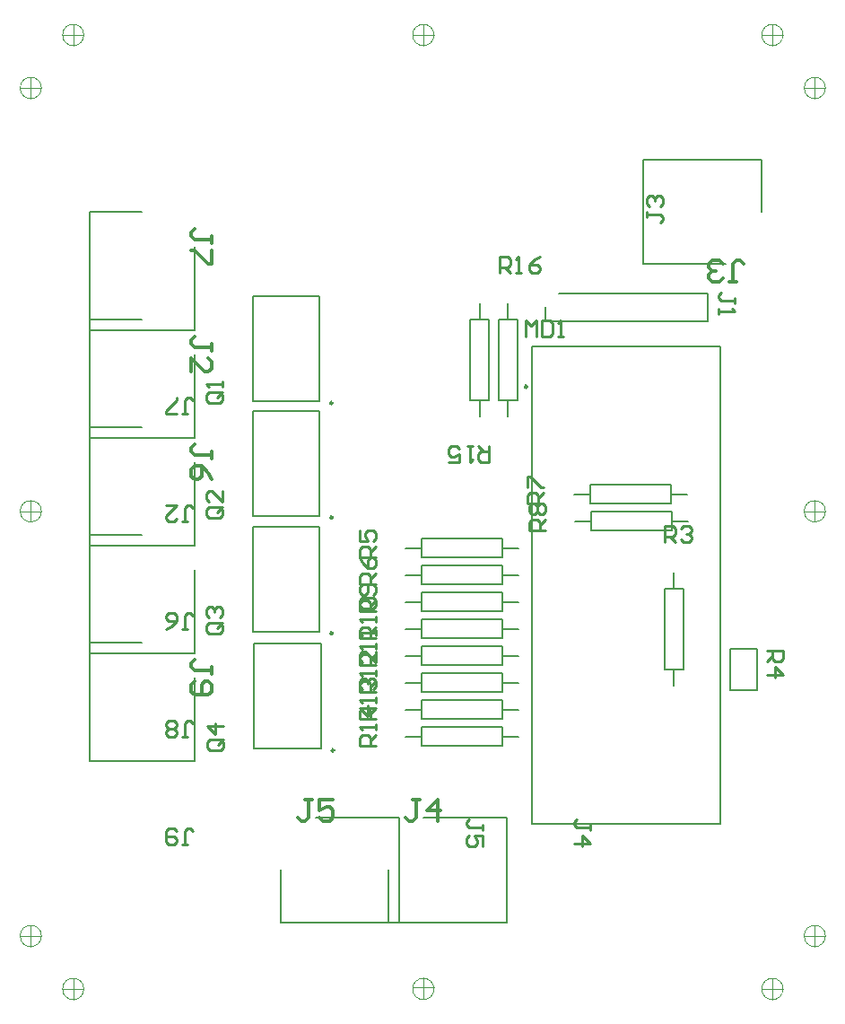
<source format=gto>
G04*
G04 #@! TF.GenerationSoftware,Altium Limited,Altium Designer,25.2.1 (25)*
G04*
G04 Layer_Color=65535*
%FSLAX44Y44*%
%MOMM*%
G71*
G04*
G04 #@! TF.SameCoordinates,1C064638-B53A-42AB-B659-0CA3A7FDC49E*
G04*
G04*
G04 #@! TF.FilePolarity,Positive*
G04*
G01*
G75*
%ADD10C,0.0100*%
%ADD11C,0.2500*%
%ADD12C,0.2000*%
%ADD13C,0.3000*%
%ADD14C,0.2540*%
D10*
X1840000Y1910000D02*
G03*
X1840000Y1910000I-10000J0D01*
G01*
Y1510665D02*
G03*
X1840000Y1510665I-10000J0D01*
G01*
Y1110000D02*
G03*
X1840000Y1110000I-10000J0D01*
G01*
X1470500Y1060000D02*
G03*
X1470500Y1060000I-10000J0D01*
G01*
X1140000D02*
G03*
X1140000Y1060000I-10000J0D01*
G01*
X1800000D02*
G03*
X1800000Y1060000I-10000J0D01*
G01*
X1100000Y1510665D02*
G03*
X1100000Y1510665I-10000J0D01*
G01*
Y1910000D02*
G03*
X1100000Y1910000I-10000J0D01*
G01*
Y1110000D02*
G03*
X1100000Y1110000I-10000J0D01*
G01*
X1800000Y1960000D02*
G03*
X1800000Y1960000I-10000J0D01*
G01*
X1140000D02*
G03*
X1140000Y1960000I-10000J0D01*
G01*
X1470500D02*
G03*
X1470500Y1960000I-10000J0D01*
G01*
X1830000Y1500665D02*
Y1520665D01*
Y1900000D02*
Y1920000D01*
X1820000Y1910000D02*
X1840000D01*
X1820000Y1510665D02*
X1840000D01*
X1830000Y1100000D02*
Y1120000D01*
X1820000Y1110000D02*
X1840000D01*
X1450500Y1061250D02*
X1470500D01*
X1460500Y1051250D02*
Y1071250D01*
X1130000Y1050000D02*
Y1070000D01*
X1120000Y1060000D02*
X1140000D01*
X1790000Y1050000D02*
Y1070000D01*
X1780000Y1060000D02*
X1800000D01*
X1090000Y1900000D02*
Y1920000D01*
Y1500665D02*
Y1520665D01*
X1080000Y1910000D02*
X1100000D01*
X1080000Y1510665D02*
X1100000D01*
X1090000Y1100000D02*
Y1120000D01*
X1080000Y1110000D02*
X1100000D01*
X1790000Y1950000D02*
Y1970000D01*
X1780000Y1960000D02*
X1800000D01*
X1450500Y1960080D02*
X1470500D01*
X1130000Y1950000D02*
Y1970000D01*
X1460500Y1950080D02*
Y1970080D01*
X1120000Y1960000D02*
X1140000D01*
D11*
X1558620Y1628140D02*
G03*
X1558620Y1628140I-1250J0D01*
G01*
X1376280Y1285140D02*
G03*
X1376280Y1285140I-1250J0D01*
G01*
X1375010Y1395630D02*
G03*
X1375010Y1395630I-1250J0D01*
G01*
Y1504850D02*
G03*
X1375010Y1504850I-1250J0D01*
G01*
Y1612800D02*
G03*
X1375010Y1612800I-1250J0D01*
G01*
D12*
X1460500Y1221460D02*
X1539000D01*
Y1122960D02*
Y1221460D01*
X1427250Y1122960D02*
X1539000D01*
X1427250D02*
Y1172210D01*
X1244320Y1478520D02*
Y1557020D01*
X1145820Y1478520D02*
X1244320D01*
X1145820D02*
Y1590270D01*
X1195070D01*
X1244320Y1580120D02*
Y1658620D01*
X1145820Y1580120D02*
X1244320D01*
X1145820D02*
Y1691870D01*
X1195070D01*
X1667750Y1743990D02*
X1746250D01*
X1667750D02*
Y1842490D01*
X1779500D01*
Y1793240D02*
Y1842490D01*
X1522340Y1615440D02*
Y1691640D01*
X1504840D02*
X1522340D01*
X1504840Y1615440D02*
Y1691640D01*
Y1615440D02*
X1522340D01*
X1513840Y1691640D02*
Y1706880D01*
Y1600200D02*
Y1615440D01*
X1532010D02*
Y1691640D01*
Y1615440D02*
X1549510D01*
Y1691640D01*
X1532010D02*
X1549510D01*
X1540510Y1600200D02*
Y1615440D01*
Y1691640D02*
Y1706880D01*
X1749760Y1380940D02*
X1775760D01*
X1749760Y1341940D02*
Y1380940D01*
X1775760Y1341940D02*
Y1380940D01*
X1749760Y1341940D02*
X1775760D01*
X1588770Y1716520D02*
X1729220D01*
Y1689620D02*
Y1716520D01*
X1575320Y1689620D02*
X1729220D01*
X1575320D02*
Y1703070D01*
X1563370Y1215390D02*
Y1666240D01*
Y1215390D02*
X1741170D01*
Y1666240D01*
X1563370D02*
X1741170D01*
X1619250Y1492640D02*
X1695450D01*
Y1510140D01*
X1619250D02*
X1695450D01*
X1619250Y1492640D02*
Y1510140D01*
X1695450Y1501140D02*
X1710690D01*
X1604010D02*
X1619250D01*
X1617980Y1518040D02*
X1694180D01*
Y1535540D01*
X1617980D02*
X1694180D01*
X1617980Y1518040D02*
Y1535540D01*
X1694180Y1526540D02*
X1709420D01*
X1602740D02*
X1617980D01*
X1688220Y1361440D02*
Y1437640D01*
Y1361440D02*
X1705720D01*
Y1437640D01*
X1688220D02*
X1705720D01*
X1696720Y1346200D02*
Y1361440D01*
Y1437640D02*
Y1452880D01*
X1358900Y1221460D02*
X1437400D01*
Y1122960D02*
Y1221460D01*
X1325650Y1122960D02*
X1437400D01*
X1325650D02*
Y1172210D01*
X1459230Y1289440D02*
X1535430D01*
Y1306940D01*
X1459230D02*
X1535430D01*
X1459230Y1289440D02*
Y1306940D01*
X1535430Y1297940D02*
X1550670D01*
X1443990D02*
X1459230D01*
Y1314840D02*
X1535430D01*
Y1332340D01*
X1459230D02*
X1535430D01*
X1459230Y1314840D02*
Y1332340D01*
X1535430Y1323340D02*
X1550670D01*
X1443990D02*
X1459230D01*
Y1340240D02*
X1535430D01*
Y1357740D01*
X1459230D02*
X1535430D01*
X1459230Y1340240D02*
Y1357740D01*
X1535430Y1348740D02*
X1550670D01*
X1443990D02*
X1459230D01*
Y1365640D02*
X1535430D01*
Y1383140D01*
X1459230D02*
X1535430D01*
X1459230Y1365640D02*
Y1383140D01*
X1535430Y1374140D02*
X1550670D01*
X1443990D02*
X1459230D01*
Y1391040D02*
X1535430D01*
Y1408540D01*
X1459230D02*
X1535430D01*
X1459230Y1391040D02*
Y1408540D01*
X1535430Y1399540D02*
X1550670D01*
X1443990D02*
X1459230D01*
Y1416440D02*
X1535430D01*
Y1433940D01*
X1459230D02*
X1535430D01*
X1459230Y1416440D02*
Y1433940D01*
X1535430Y1424940D02*
X1550670D01*
X1443990D02*
X1459230D01*
Y1441840D02*
X1535430D01*
Y1459340D01*
X1459230D02*
X1535430D01*
X1459230Y1441840D02*
Y1459340D01*
X1535430Y1450340D02*
X1550670D01*
X1443990D02*
X1459230D01*
Y1467240D02*
X1535430D01*
Y1484740D01*
X1459230D02*
X1535430D01*
X1459230Y1467240D02*
Y1484740D01*
X1535430Y1475740D02*
X1550670D01*
X1443990D02*
X1459230D01*
X1300730Y1286740D02*
Y1385840D01*
Y1286740D02*
X1363730D01*
X1300730Y1385840D02*
X1363730D01*
Y1286740D02*
Y1385840D01*
X1299460Y1397230D02*
Y1496330D01*
Y1397230D02*
X1362460D01*
X1299460Y1496330D02*
X1362460D01*
Y1397230D02*
Y1496330D01*
X1299460Y1506450D02*
Y1605550D01*
Y1506450D02*
X1362460D01*
X1299460Y1605550D02*
X1362460D01*
Y1506450D02*
Y1605550D01*
X1299460Y1614400D02*
Y1713500D01*
Y1614400D02*
X1362460D01*
X1299460Y1713500D02*
X1362460D01*
Y1614400D02*
Y1713500D01*
X1244320Y1275320D02*
Y1353820D01*
X1145820Y1275320D02*
X1244320D01*
X1145820D02*
Y1387070D01*
X1195070D01*
X1244320Y1376920D02*
Y1455420D01*
X1145820Y1376920D02*
X1244320D01*
X1145820D02*
Y1488670D01*
X1195070D01*
X1244320Y1681720D02*
Y1760220D01*
X1145820Y1681720D02*
X1244320D01*
X1145820D02*
Y1793470D01*
X1195070D01*
D13*
X1261064Y1763641D02*
Y1770305D01*
Y1766973D01*
X1244402D01*
X1241070Y1770305D01*
Y1773638D01*
X1244402Y1776970D01*
X1261064Y1756976D02*
Y1743647D01*
X1257731D01*
X1244402Y1756976D01*
X1241070D01*
X1749671Y1727247D02*
X1756335D01*
X1753003D01*
Y1743908D01*
X1756335Y1747240D01*
X1759668D01*
X1763000Y1743908D01*
X1743006Y1730579D02*
X1739674Y1727247D01*
X1733010D01*
X1729677Y1730579D01*
Y1733911D01*
X1733010Y1737243D01*
X1736342D01*
X1733010D01*
X1729677Y1740576D01*
Y1743908D01*
X1733010Y1747240D01*
X1739674D01*
X1743006Y1743908D01*
X1261064Y1560441D02*
Y1567106D01*
Y1563773D01*
X1244402D01*
X1241070Y1567106D01*
Y1570438D01*
X1244402Y1573770D01*
X1261064Y1540447D02*
X1257731Y1547112D01*
X1251067Y1553776D01*
X1244402D01*
X1241070Y1550444D01*
Y1543780D01*
X1244402Y1540447D01*
X1247735D01*
X1251067Y1543780D01*
Y1553776D01*
X1355479Y1238204D02*
X1348815D01*
X1352147D01*
Y1221542D01*
X1348815Y1218210D01*
X1345482D01*
X1342150Y1221542D01*
X1375473Y1238204D02*
X1362144D01*
Y1228207D01*
X1368808Y1231539D01*
X1372140D01*
X1375473Y1228207D01*
Y1221542D01*
X1372140Y1218210D01*
X1365476D01*
X1362144Y1221542D01*
X1261064Y1357241D02*
Y1363905D01*
Y1360573D01*
X1244402D01*
X1241070Y1363905D01*
Y1367238D01*
X1244402Y1370570D01*
Y1350576D02*
X1241070Y1347244D01*
Y1340580D01*
X1244402Y1337247D01*
X1257731D01*
X1261064Y1340580D01*
Y1347244D01*
X1257731Y1350576D01*
X1254399D01*
X1251067Y1347244D01*
Y1337247D01*
X1457079Y1238204D02*
X1450414D01*
X1453747D01*
Y1221542D01*
X1450414Y1218210D01*
X1447082D01*
X1443750Y1221542D01*
X1473740Y1218210D02*
Y1238204D01*
X1463744Y1228207D01*
X1477073D01*
X1261064Y1662041D02*
Y1668705D01*
Y1665373D01*
X1244402D01*
X1241070Y1668705D01*
Y1672038D01*
X1244402Y1675370D01*
X1241070Y1642047D02*
Y1655376D01*
X1254399Y1642047D01*
X1257731D01*
X1261064Y1645380D01*
Y1652044D01*
X1257731Y1655376D01*
D14*
X1532255Y1735201D02*
Y1750436D01*
X1539872D01*
X1542412Y1747897D01*
Y1742818D01*
X1539872Y1740279D01*
X1532255D01*
X1537333D02*
X1542412Y1735201D01*
X1547490D02*
X1552568D01*
X1550029D01*
Y1750436D01*
X1547490Y1747897D01*
X1570343Y1750436D02*
X1565264Y1747897D01*
X1560186Y1742818D01*
Y1737740D01*
X1562725Y1735201D01*
X1567803D01*
X1570343Y1737740D01*
Y1740279D01*
X1567803Y1742818D01*
X1560186D01*
X1522095Y1571879D02*
Y1556644D01*
X1514478D01*
X1511938Y1559183D01*
Y1564261D01*
X1514478Y1566801D01*
X1522095D01*
X1517017D02*
X1511938Y1571879D01*
X1506860D02*
X1501782D01*
X1504321D01*
Y1556644D01*
X1506860Y1559183D01*
X1484007Y1556644D02*
X1494164D01*
Y1564261D01*
X1489086Y1561722D01*
X1486546D01*
X1484007Y1564261D01*
Y1569340D01*
X1486546Y1571879D01*
X1491625D01*
X1494164Y1569340D01*
X1415669Y1289685D02*
X1400434D01*
Y1297303D01*
X1402973Y1299842D01*
X1408051D01*
X1410591Y1297303D01*
Y1289685D01*
Y1294763D02*
X1415669Y1299842D01*
Y1304920D02*
Y1309998D01*
Y1307459D01*
X1400434D01*
X1402973Y1304920D01*
X1415669Y1325233D02*
X1400434D01*
X1408051Y1317616D01*
Y1327773D01*
X1415669Y1315085D02*
X1400434D01*
Y1322702D01*
X1402973Y1325242D01*
X1408051D01*
X1410591Y1322702D01*
Y1315085D01*
Y1320163D02*
X1415669Y1325242D01*
Y1330320D02*
Y1335398D01*
Y1332859D01*
X1400434D01*
X1402973Y1330320D01*
Y1343016D02*
X1400434Y1345555D01*
Y1350634D01*
X1402973Y1353173D01*
X1405512D01*
X1408051Y1350634D01*
Y1348094D01*
Y1350634D01*
X1410591Y1353173D01*
X1413130D01*
X1415669Y1350634D01*
Y1345555D01*
X1413130Y1343016D01*
X1415669Y1340485D02*
X1400434D01*
Y1348103D01*
X1402973Y1350642D01*
X1408051D01*
X1410591Y1348103D01*
Y1340485D01*
Y1345563D02*
X1415669Y1350642D01*
Y1355720D02*
Y1360798D01*
Y1358259D01*
X1400434D01*
X1402973Y1355720D01*
X1415669Y1378573D02*
Y1368416D01*
X1405512Y1378573D01*
X1402973D01*
X1400434Y1376033D01*
Y1370955D01*
X1402973Y1368416D01*
X1415669Y1365885D02*
X1400434D01*
Y1373503D01*
X1402973Y1376042D01*
X1408051D01*
X1410591Y1373503D01*
Y1365885D01*
Y1370963D02*
X1415669Y1376042D01*
Y1381120D02*
Y1386198D01*
Y1383659D01*
X1400434D01*
X1402973Y1381120D01*
X1415669Y1393816D02*
Y1398894D01*
Y1396355D01*
X1400434D01*
X1402973Y1393816D01*
X1415669Y1391285D02*
X1400434D01*
Y1398902D01*
X1402973Y1401442D01*
X1408051D01*
X1410591Y1398902D01*
Y1391285D01*
Y1396363D02*
X1415669Y1401442D01*
Y1406520D02*
Y1411598D01*
Y1409059D01*
X1400434D01*
X1402973Y1406520D01*
Y1419216D02*
X1400434Y1421755D01*
Y1426833D01*
X1402973Y1429373D01*
X1413130D01*
X1415669Y1426833D01*
Y1421755D01*
X1413130Y1419216D01*
X1402973D01*
X1415669Y1416685D02*
X1400434D01*
Y1424303D01*
X1402973Y1426842D01*
X1408051D01*
X1410591Y1424303D01*
Y1416685D01*
Y1421763D02*
X1415669Y1426842D01*
X1413130Y1431920D02*
X1415669Y1434459D01*
Y1439538D01*
X1413130Y1442077D01*
X1402973D01*
X1400434Y1439538D01*
Y1434459D01*
X1402973Y1431920D01*
X1405512D01*
X1408051Y1434459D01*
Y1442077D01*
X1575689Y1492885D02*
X1560454D01*
Y1500502D01*
X1562993Y1503042D01*
X1568071D01*
X1570611Y1500502D01*
Y1492885D01*
Y1497963D02*
X1575689Y1503042D01*
X1562993Y1508120D02*
X1560454Y1510659D01*
Y1515738D01*
X1562993Y1518277D01*
X1565532D01*
X1568071Y1515738D01*
X1570611Y1518277D01*
X1573150D01*
X1575689Y1515738D01*
Y1510659D01*
X1573150Y1508120D01*
X1570611D01*
X1568071Y1510659D01*
X1565532Y1508120D01*
X1562993D01*
X1568071Y1510659D02*
Y1515738D01*
X1574419Y1518285D02*
X1559184D01*
Y1525903D01*
X1561723Y1528442D01*
X1566801D01*
X1569341Y1525903D01*
Y1518285D01*
Y1523363D02*
X1574419Y1528442D01*
X1559184Y1533520D02*
Y1543677D01*
X1561723D01*
X1571880Y1533520D01*
X1574419D01*
X1415669Y1442085D02*
X1400434D01*
Y1449702D01*
X1402973Y1452242D01*
X1408051D01*
X1410591Y1449702D01*
Y1442085D01*
Y1447163D02*
X1415669Y1452242D01*
X1400434Y1467477D02*
X1402973Y1462398D01*
X1408051Y1457320D01*
X1413130D01*
X1415669Y1459859D01*
Y1464938D01*
X1413130Y1467477D01*
X1410591D01*
X1408051Y1464938D01*
Y1457320D01*
X1415669Y1467485D02*
X1400434D01*
Y1475103D01*
X1402973Y1477642D01*
X1408051D01*
X1410591Y1475103D01*
Y1467485D01*
Y1472563D02*
X1415669Y1477642D01*
X1400434Y1492877D02*
Y1482720D01*
X1408051D01*
X1405512Y1487798D01*
Y1490338D01*
X1408051Y1492877D01*
X1413130D01*
X1415669Y1490338D01*
Y1485259D01*
X1413130Y1482720D01*
X1784477Y1379347D02*
X1799712D01*
Y1371729D01*
X1797173Y1369190D01*
X1792095D01*
X1789555Y1371729D01*
Y1379347D01*
Y1374269D02*
X1784477Y1369190D01*
Y1356494D02*
X1799712D01*
X1792095Y1364112D01*
Y1353955D01*
X1688465Y1481201D02*
Y1496436D01*
X1696082D01*
X1698622Y1493897D01*
Y1488819D01*
X1696082Y1486279D01*
X1688465D01*
X1693543D02*
X1698622Y1481201D01*
X1703700Y1493897D02*
X1706239Y1496436D01*
X1711318D01*
X1713857Y1493897D01*
Y1491358D01*
X1711318Y1488819D01*
X1708778D01*
X1711318D01*
X1713857Y1486279D01*
Y1483740D01*
X1711318Y1481201D01*
X1706239D01*
X1703700Y1483740D01*
X1269620Y1295270D02*
X1259463D01*
X1256924Y1292731D01*
Y1287652D01*
X1259463Y1285113D01*
X1269620D01*
X1272159Y1287652D01*
Y1292731D01*
X1267081Y1290191D02*
X1272159Y1295270D01*
Y1292731D02*
X1269620Y1295270D01*
X1272159Y1307966D02*
X1256924D01*
X1264541Y1300348D01*
Y1310505D01*
X1268350Y1405760D02*
X1258193D01*
X1255654Y1403221D01*
Y1398142D01*
X1258193Y1395603D01*
X1268350D01*
X1270889Y1398142D01*
Y1403221D01*
X1265811Y1400681D02*
X1270889Y1405760D01*
Y1403221D02*
X1268350Y1405760D01*
X1258193Y1410838D02*
X1255654Y1413377D01*
Y1418456D01*
X1258193Y1420995D01*
X1260732D01*
X1263271Y1418456D01*
Y1415916D01*
Y1418456D01*
X1265811Y1420995D01*
X1268350D01*
X1270889Y1418456D01*
Y1413377D01*
X1268350Y1410838D01*
Y1514980D02*
X1258193D01*
X1255654Y1512440D01*
Y1507362D01*
X1258193Y1504823D01*
X1268350D01*
X1270889Y1507362D01*
Y1512440D01*
X1265811Y1509901D02*
X1270889Y1514980D01*
Y1512440D02*
X1268350Y1514980D01*
X1270889Y1530215D02*
Y1520058D01*
X1260732Y1530215D01*
X1258193D01*
X1255654Y1527676D01*
Y1522597D01*
X1258193Y1520058D01*
X1268350Y1622930D02*
X1258193D01*
X1255654Y1620390D01*
Y1615312D01*
X1258193Y1612773D01*
X1268350D01*
X1270889Y1615312D01*
Y1620390D01*
X1265811Y1617851D02*
X1270889Y1622930D01*
Y1620390D02*
X1268350Y1622930D01*
X1270889Y1628008D02*
Y1633086D01*
Y1630547D01*
X1255654D01*
X1258193Y1628008D01*
X1557401Y1675892D02*
Y1691127D01*
X1562479Y1686049D01*
X1567558Y1691127D01*
Y1675892D01*
X1572636Y1691127D02*
Y1675892D01*
X1580254D01*
X1582793Y1678431D01*
Y1688588D01*
X1580254Y1691127D01*
X1572636D01*
X1587871Y1675892D02*
X1592950D01*
X1590410D01*
Y1691127D01*
X1587871Y1688588D01*
X1232538Y1196218D02*
X1237617D01*
X1235078D01*
Y1208914D01*
X1237617Y1211453D01*
X1240156D01*
X1242695Y1208914D01*
X1227460D02*
X1224921Y1211453D01*
X1219842D01*
X1217303Y1208914D01*
Y1198757D01*
X1219842Y1196218D01*
X1224921D01*
X1227460Y1198757D01*
Y1201296D01*
X1224921Y1203836D01*
X1217303D01*
X1232538Y1297818D02*
X1237617D01*
X1235078D01*
Y1310514D01*
X1237617Y1313053D01*
X1240156D01*
X1242695Y1310514D01*
X1227460Y1300357D02*
X1224921Y1297818D01*
X1219842D01*
X1217303Y1300357D01*
Y1302896D01*
X1219842Y1305435D01*
X1217303Y1307975D01*
Y1310514D01*
X1219842Y1313053D01*
X1224921D01*
X1227460Y1310514D01*
Y1307975D01*
X1224921Y1305435D01*
X1227460Y1302896D01*
Y1300357D01*
X1224921Y1305435D02*
X1219842D01*
X1232538Y1602618D02*
X1237617D01*
X1235078D01*
Y1615314D01*
X1237617Y1617853D01*
X1240156D01*
X1242695Y1615314D01*
X1227460Y1602618D02*
X1217303D01*
Y1605157D01*
X1227460Y1615314D01*
Y1617853D01*
X1232538Y1399418D02*
X1237617D01*
X1235078D01*
Y1412114D01*
X1237617Y1414653D01*
X1240156D01*
X1242695Y1412114D01*
X1217303Y1399418D02*
X1222382Y1401957D01*
X1227460Y1407036D01*
Y1412114D01*
X1224921Y1414653D01*
X1219842D01*
X1217303Y1412114D01*
Y1409575D01*
X1219842Y1407036D01*
X1227460D01*
X1516502Y1209678D02*
Y1214757D01*
Y1212217D01*
X1503806D01*
X1501267Y1214757D01*
Y1217296D01*
X1503806Y1219835D01*
X1516502Y1194443D02*
Y1204600D01*
X1508884D01*
X1511424Y1199522D01*
Y1196982D01*
X1508884Y1194443D01*
X1503806D01*
X1501267Y1196982D01*
Y1202061D01*
X1503806Y1204600D01*
X1618102Y1209678D02*
Y1214757D01*
Y1212217D01*
X1605406D01*
X1602867Y1214757D01*
Y1217296D01*
X1605406Y1219835D01*
X1602867Y1196982D02*
X1618102D01*
X1610484Y1204600D01*
Y1194443D01*
X1671452Y1793364D02*
Y1788285D01*
Y1790824D01*
X1684148D01*
X1686687Y1788285D01*
Y1785746D01*
X1684148Y1783207D01*
X1673991Y1798442D02*
X1671452Y1800981D01*
Y1806060D01*
X1673991Y1808599D01*
X1676530D01*
X1679070Y1806060D01*
Y1803520D01*
Y1806060D01*
X1681609Y1808599D01*
X1684148D01*
X1686687Y1806060D01*
Y1800981D01*
X1684148Y1798442D01*
X1232538Y1501018D02*
X1237617D01*
X1235078D01*
Y1513714D01*
X1237617Y1516253D01*
X1240156D01*
X1242695Y1513714D01*
X1217303Y1516253D02*
X1227460D01*
X1217303Y1506096D01*
Y1503557D01*
X1219842Y1501018D01*
X1224921D01*
X1227460Y1503557D01*
X1754754Y1706502D02*
Y1711581D01*
Y1709041D01*
X1742058D01*
X1739519Y1711581D01*
Y1714120D01*
X1742058Y1716659D01*
X1739519Y1701424D02*
Y1696346D01*
Y1698885D01*
X1754754D01*
X1752215Y1701424D01*
M02*

</source>
